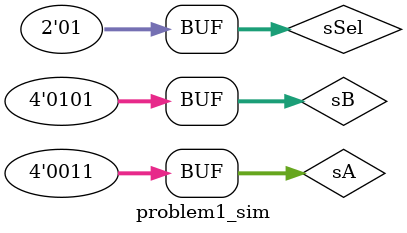
<source format=sv>
`timescale 1ns / 1ps



module problem1_sim();
 logic [3:0] sA, sB, sResult;
 logic [1:0] sSel;
 //Unit under test is Module: Problem1Schematic
 Problem1MuxCircuit UUT ( .A(sA), .B(sB), .SEL(sSel), .RESULT(sResult));

 initial begin
   sA = 4'b0000; sB = 4'b0000; sSel = 2'b00; #10;
   sA = 4'b0000; sB = 4'b0000; sSel = 2'b10; #10;
   sA = 4'b0000; sB = 4'b0000; sSel = 2'b01; #10;
   sA = 4'b0000; sB = 4'b0000; sSel = 2'b11; #10;
   sA = 4'b1111; sB = 4'b0000; sSel = 2'b00; #10;
   sA = 4'b1111; sB = 4'b1111; sSel = 2'b10; #10;
   sA = 4'b0011; sB = 4'b0101; sSel = 2'b01;
 end
endmodule

</source>
